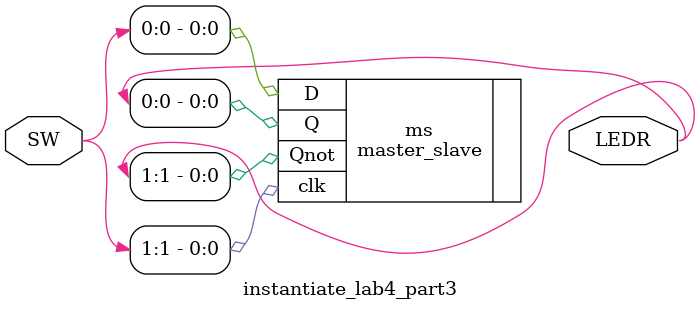
<source format=v>
module instantiate_lab4_part3(SW,LEDR);
 
	input[9:0] SW ;
	output [9:0] LEDR;

	// instantiate and connect master_slave
	master_slave ms (
		.D(SW[0]),
		.clk(SW[1]),
		.Q(LEDR[0]),
		.Qnot(LEDR[1]));
		
endmodule
</source>
